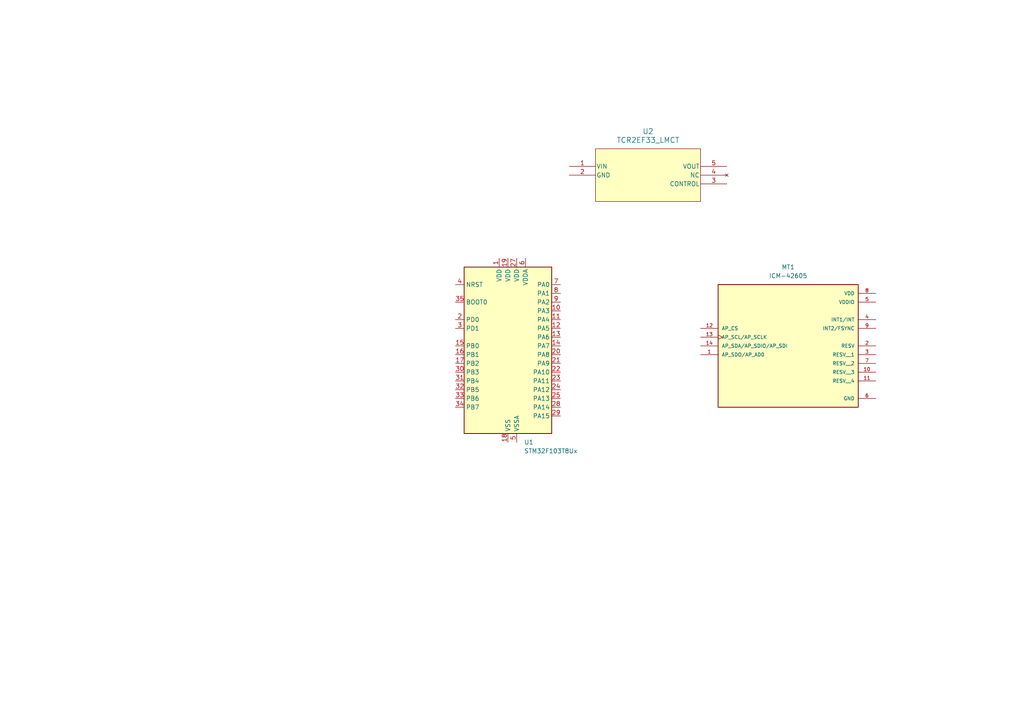
<source format=kicad_sch>
(kicad_sch (version 20250114) (generator "eeschema") (generator_version "9.0")
  (paper "A4")
  (lib_symbols
    (symbol "MCU_ST_STM32F1:STM32F103T8Ux"
      (property "Reference" "U" (at -12.7 26.67 0))
      (property "Value" "STM32F103T8Ux" (at 7.62 26.67 0))
      (symbol "STM32F103T8Ux_0_1"
        (rectangle (start -12.7 -22.86) (end 12.7 25.4) (stroke (width 0.254)) (fill (type background)))
      )
      (symbol "STM32F103T8Ux_1_1"
        (pin input line (at -15.24 20.32 0) (length 2.54) (name "NRST") (number "4"))
        (pin input line (at -15.24 15.24 0) (length 2.54) (name "BOOT0") (number "35"))
        (pin bidirectional line (at -15.24 10.16 0) (length 2.54) (name "PD0") (number "2"))
        (pin bidirectional line (at -15.24 7.62 0) (length 2.54) (name "PD1") (number "3"))
        (pin bidirectional line (at -15.24 2.54 0) (length 2.54) (name "PB0") (number "15"))
        (pin bidirectional line (at -15.24 0 0) (length 2.54) (name "PB1") (number "16"))
        (pin bidirectional line (at -15.24 -2.54 0) (length 2.54) (name "PB2") (number "17"))
        (pin bidirectional line (at -15.24 -5.08 0) (length 2.54) (name "PB3") (number "30"))
        (pin bidirectional line (at -15.24 -7.62 0) (length 2.54) (name "PB4") (number "31"))
        (pin bidirectional line (at -15.24 -10.16 0) (length 2.54) (name "PB5") (number "32"))
        (pin bidirectional line (at -15.24 -12.7 0) (length 2.54) (name "PB6") (number "33"))
        (pin bidirectional line (at -15.24 -15.24 0) (length 2.54) (name "PB7") (number "34"))
        (pin power_in line (at -2.54 27.94 270) (length 2.54) (name "VDD") (number "1"))
        (pin power_in line (at 0 27.94 270) (length 2.54) (name "VDD") (number "19"))
        (pin power_in line (at 0 -25.4 90) (length 2.54) (name "VSS") (number "18"))
        (pin passive line (at 0 -25.4 90) (length 2.54) (hide yes) (name "VSS") (number "26"))
        (pin passive line (at 0 -25.4 90) (length 2.54) (hide yes) (name "VSS") (number "36"))
        (pin passive line (at 0 -25.4 90) (length 2.54) (hide yes) (name "VSS") (number "37"))
        (pin power_in line (at 2.54 27.94 270) (length 2.54) (name "VDD") (number "27"))
        (pin power_in line (at 2.54 -25.4 90) (length 2.54) (name "VSSA") (number "5"))
        (pin power_in line (at 5.08 27.94 270) (length 2.54) (name "VDDA") (number "6"))
        (pin bidirectional line (at 15.24 20.32 180) (length 2.54) (name "PA0") (number "7"))
        (pin bidirectional line (at 15.24 17.78 180) (length 2.54) (name "PA1") (number "8"))
        (pin bidirectional line (at 15.24 15.24 180) (length 2.54) (name "PA2") (number "9"))
        (pin bidirectional line (at 15.24 12.7 180) (length 2.54) (name "PA3") (number "10"))
        (pin bidirectional line (at 15.24 10.16 180) (length 2.54) (name "PA4") (number "11"))
        (pin bidirectional line (at 15.24 7.62 180) (length 2.54) (name "PA5") (number "12"))
        (pin bidirectional line (at 15.24 5.08 180) (length 2.54) (name "PA6") (number "13"))
        (pin bidirectional line (at 15.24 2.54 180) (length 2.54) (name "PA7") (number "14"))
        (pin bidirectional line (at 15.24 0 180) (length 2.54) (name "PA8") (number "20"))
        (pin bidirectional line (at 15.24 -2.54 180) (length 2.54) (name "PA9") (number "21"))
        (pin bidirectional line (at 15.24 -5.08 180) (length 2.54) (name "PA10") (number "22"))
        (pin bidirectional line (at 15.24 -7.62 180) (length 2.54) (name "PA11") (number "23"))
        (pin bidirectional line (at 15.24 -10.16 180) (length 2.54) (name "PA12") (number "24"))
        (pin bidirectional line (at 15.24 -12.7 180) (length 2.54) (name "PA13") (number "25"))
        (pin bidirectional line (at 15.24 -15.24 180) (length 2.54) (name "PA14") (number "28"))
        (pin bidirectional line (at 15.24 -17.78 180) (length 2.54) (name "PA15") (number "29"))
      )
    )
    (symbol "Regulator_Linear_Custom:TCR2EF33_LMCT" (pin_names (offset 0.254))
      (property "Reference" "U" (at 22.86 10.16 0))
      (property "Value" "TCR2EF33_LMCT" (at 22.86 7.62 0))
      (symbol "TCR2EF33_LMCT_0_1"
        (rectangle (start 7.62 5.08) (end 38.1 -10.16) (fill (type background)))
        (pin power_in line (at 0 0 0) (length 7.62) (name "VIN") (number "1"))
        (pin power_out line (at 0 -2.54 0) (length 7.62) (name "GND") (number "2"))
        (pin power_in line (at 45.72 0 180) (length 7.62) (name "VOUT") (number "5"))
        (pin no_connect line (at 45.72 -2.54 180) (length 7.62) (name "NC") (number "4"))
        (pin unspecified line (at 45.72 -5.08 180) (length 7.62) (name "CONTROL") (number "3"))
      )
    )
    (symbol "Sensor_Motion_Custom:ICM-42605" (pin_names (offset 1.016))
      (property "Reference" "MT" (at -20.32 13.97 0))
      (property "Value" "ICM-42605" (at -20.32 -25.4 0))
      (symbol "ICM-42605_0_0"
        (rectangle (start -20.32 12.7) (end 20.32 -22.86) (stroke (width 0.254)) (fill (type background)))
        (pin input line (at -25.4 0 0) (length 5.08) (name "AP_CS") (number "12"))
        (pin input clock (at -25.4 -2.54 0) (length 5.08) (name "AP_SCL/AP_SCLK") (number "13"))
        (pin bidirectional line (at -25.4 -5.08 0) (length 5.08) (name "AP_SDA/AP_SDIO/AP_SDI") (number "14"))
        (pin bidirectional line (at -25.4 -7.62 0) (length 5.08) (name "AP_SDO/AP_AD0") (number "1"))
        (pin power_in line (at 25.4 10.16 180) (length 5.08) (name "VDD") (number "8"))
        (pin power_in line (at 25.4 7.62 180) (length 5.08) (name "VDDIO") (number "5"))
        (pin output line (at 25.4 2.54 180) (length 5.08) (name "INT1/INT") (number "4"))
        (pin bidirectional line (at 25.4 0 180) (length 5.08) (name "INT2/FSYNC") (number "9"))
        (pin passive line (at 25.4 -5.08 180) (length 5.08) (name "RESV") (number "2"))
        (pin passive line (at 25.4 -7.62 180) (length 5.08) (name "RESV__1") (number "3"))
        (pin passive line (at 25.4 -10.16 180) (length 5.08) (name "RESV__2") (number "7"))
        (pin passive line (at 25.4 -12.7 180) (length 5.08) (name "RESV__3") (number "10"))
        (pin passive line (at 25.4 -15.24 180) (length 5.08) (name "RESV__4") (number "11"))
        (pin power_in line (at 25.4 -20.32 180) (length 5.08) (name "GND") (number "6"))
      )
    )
  )
  (symbol (lib_id "Regulator_Linear_Custom:TCR2EF33_LMCT") (at 165.1 48.26 0) (unit 1)
    (property "Reference" "U2" (at 187.96 38.1 0) (effects (font (size 1.524 1.524))))
    (property "Value" "TCR2EF33_LMCT" (at 187.96 40.64 0) (effects (font (size 1.524 1.524))))
    (property "Footprint" "Package_TO_SOT_SMD_Custom:SOT-25 SMV_TOS" (effects (hide yes)))
    (property "Datasheet" "TCR2EF33_LMCT" (effects (hide yes)))
    (property "PN" "TCR2EF33,LM(CT" (effects (hide yes)))
  )
  (symbol (lib_id "MCU_ST_STM32F1:STM32F103T8Ux") (at 147.32 102.87 0) (unit 1)
    (property "Reference" "U1" (at 152.0033 128.27 0) (effects (justify left)))
    (property "Value" "STM32F103T8Ux" (at 152.0033 130.81 0) (effects (justify left)))
    (property "Footprint" "Package_DFN_QFN:QFN-36-1EP_6x6mm_P0.5mm_EP4.1x4.1mm" (effects (hide yes)))
    (property "Datasheet" "https://www.st.com/resource/en/datasheet/stm32f103t8.pdf" (effects (hide yes)))
    (property "Description" "STMicroelectronics Arm Cortex-M3 MCU, 64KB flash, 20KB RAM, 72 MHz, 2.0-3.6V, 26 GPIO, VFQFPN36" (effects (hide yes)))
    (property "PN" "STM32F103T8U6TR" (effects (hide yes)))
  )
  (symbol (lib_id "Sensor_Motion_Custom:ICM-42605") (at 228.6 95.25 0) (unit 1)
    (property "Reference" "MT1" (at 228.6 77.47 0))
    (property "Value" "ICM-42605" (at 228.6 80.01 0))
    (property "Footprint" "Package_LGA_Custom:XDCR_ICM-42605" (effects (hide yes)))
    (property "PARTREV" "1.7" (effects (hide yes)))
    (property "STANDARD" "Manufacturer Recommendations" (effects (hide yes)))
    (property "MAXIMUM_PACKAGE_HEIGHT" "0.97 mm" (effects (hide yes)))
    (property "MANUFACTURER" "TDK InvenSense" (effects (hide yes)))
    (property "PN" "ICM-42605" (effects (hide yes)))
  )
)
</source>
